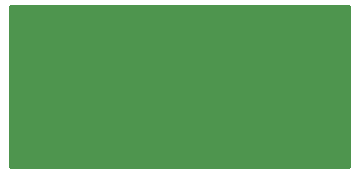
<source format=gbl>
G04 #@! TF.GenerationSoftware,KiCad,Pcbnew,5.1.6+dfsg1-1~bpo9+1*
G04 #@! TF.CreationDate,2021-11-05T21:37:23+01:00*
G04 #@! TF.ProjectId,sdrtrx-plutoclk,73647274-7278-42d7-906c-75746f636c6b,rev?*
G04 #@! TF.SameCoordinates,Original*
G04 #@! TF.FileFunction,Copper,L2,Bot*
G04 #@! TF.FilePolarity,Positive*
%FSLAX46Y46*%
G04 Gerber Fmt 4.6, Leading zero omitted, Abs format (unit mm)*
G04 Created by KiCad (PCBNEW 5.1.6+dfsg1-1~bpo9+1) date 2021-11-05 21:37:23*
%MOMM*%
%LPD*%
G01*
G04 APERTURE LIST*
G04 #@! TA.AperFunction,ViaPad*
%ADD10C,0.800000*%
G04 #@! TD*
G04 #@! TA.AperFunction,Conductor*
%ADD11C,0.254000*%
G04 #@! TD*
G04 APERTURE END LIST*
D10*
X145415000Y-88773000D03*
X146367500Y-88773000D03*
X147320000Y-88773000D03*
X148272500Y-88773000D03*
X149288500Y-88773000D03*
X150241000Y-88773000D03*
X140144500Y-88773000D03*
X150241000Y-86614000D03*
X152336500Y-86614000D03*
X152273000Y-80264000D03*
X150114000Y-80264000D03*
X131000500Y-76390500D03*
X132016500Y-76390500D03*
X133032500Y-76390500D03*
X134048500Y-76390500D03*
X126301500Y-81216500D03*
X126301500Y-82232500D03*
X126301500Y-83248500D03*
X126301500Y-84328000D03*
X131445000Y-88963500D03*
X140144500Y-86614000D03*
X140144500Y-85598000D03*
X153797000Y-77787500D03*
X153797000Y-78867000D03*
X153797000Y-79946500D03*
X153797000Y-81026000D03*
X142049500Y-76136500D03*
X146748500Y-76263500D03*
X130302000Y-88963500D03*
X140144500Y-87693500D03*
X135509000Y-81724500D03*
X135509000Y-82677000D03*
X135509000Y-83693000D03*
D11*
G36*
X154340001Y-89340000D02*
G01*
X125660000Y-89340000D01*
X125660000Y-75660000D01*
X154340000Y-75660000D01*
X154340001Y-89340000D01*
G37*
X154340001Y-89340000D02*
X125660000Y-89340000D01*
X125660000Y-75660000D01*
X154340000Y-75660000D01*
X154340001Y-89340000D01*
M02*

</source>
